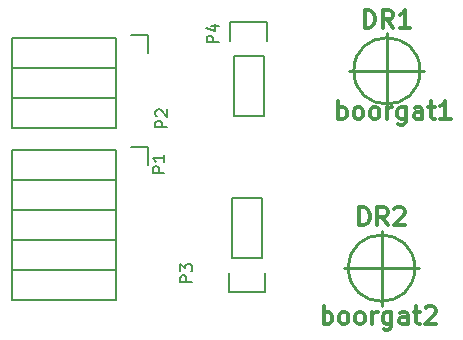
<source format=gbr>
G04 #@! TF.FileFunction,Legend,Top*
%FSLAX46Y46*%
G04 Gerber Fmt 4.6, Leading zero omitted, Abs format (unit mm)*
G04 Created by KiCad (PCBNEW 4.0.2-stable) date 27-6-2016 15:51:43*
%MOMM*%
G01*
G04 APERTURE LIST*
%ADD10C,0.100000*%
%ADD11C,0.150000*%
%ADD12C,0.254000*%
%ADD13C,0.304800*%
G04 APERTURE END LIST*
D10*
D11*
X29800000Y-37400000D02*
X29800000Y-38950000D01*
X29800000Y-38950000D02*
X32900000Y-38950000D01*
X32900000Y-38950000D02*
X32900000Y-37400000D01*
X30080000Y-36130000D02*
X30080000Y-31050000D01*
X30080000Y-31050000D02*
X32620000Y-31050000D01*
X32620000Y-31050000D02*
X32620000Y-36130000D01*
X32620000Y-36130000D02*
X30080000Y-36130000D01*
X33050000Y-17700000D02*
X33050000Y-16150000D01*
X33050000Y-16150000D02*
X29950000Y-16150000D01*
X29950000Y-16150000D02*
X29950000Y-17700000D01*
X32770000Y-18970000D02*
X32770000Y-24050000D01*
X32770000Y-24050000D02*
X30230000Y-24050000D01*
X30230000Y-24050000D02*
X30230000Y-18970000D01*
X30230000Y-18970000D02*
X32770000Y-18970000D01*
D12*
X43200000Y-17075000D02*
X43200000Y-23425000D01*
X40025000Y-20250000D02*
X46375000Y-20250000D01*
X46005522Y-20250000D02*
G75*
G03X46005522Y-20250000I-2805522J0D01*
G01*
X42750000Y-33775000D02*
X42750000Y-40125000D01*
X39575000Y-36950000D02*
X45925000Y-36950000D01*
X45555522Y-36950000D02*
G75*
G03X45555522Y-36950000I-2805522J0D01*
G01*
D11*
X20280000Y-37140000D02*
X20280000Y-39680000D01*
X11450000Y-37140000D02*
X11450000Y-39680000D01*
X11450000Y-39680000D02*
X20280000Y-39680000D01*
X11450000Y-37140000D02*
X20280000Y-37140000D01*
X11450000Y-34600000D02*
X11450000Y-37140000D01*
X20280000Y-34600000D02*
X20280000Y-37140000D01*
X20280000Y-32060000D02*
X20280000Y-34600000D01*
X11450000Y-32060000D02*
X11450000Y-34600000D01*
X11450000Y-34600000D02*
X20280000Y-34600000D01*
X11450000Y-32060000D02*
X20280000Y-32060000D01*
X11450000Y-29520000D02*
X11450000Y-32060000D01*
X20280000Y-29520000D02*
X11450000Y-29520000D01*
X20280000Y-29520000D02*
X20280000Y-32060000D01*
X20280000Y-26980000D02*
X20280000Y-29520000D01*
X22950000Y-28250000D02*
X22950000Y-26700000D01*
X22950000Y-26700000D02*
X21550000Y-26700000D01*
X20280000Y-26980000D02*
X11450000Y-26980000D01*
X11450000Y-26980000D02*
X11450000Y-29520000D01*
X11450000Y-29520000D02*
X20280000Y-29520000D01*
X20280000Y-22560000D02*
X20280000Y-25100000D01*
X11450000Y-22560000D02*
X11450000Y-25100000D01*
X11450000Y-25100000D02*
X20280000Y-25100000D01*
X11450000Y-22560000D02*
X20280000Y-22560000D01*
X11450000Y-20020000D02*
X11450000Y-22560000D01*
X20280000Y-20020000D02*
X11450000Y-20020000D01*
X20280000Y-20020000D02*
X20280000Y-22560000D01*
X20280000Y-17480000D02*
X20280000Y-20020000D01*
X22950000Y-18750000D02*
X22950000Y-17200000D01*
X22950000Y-17200000D02*
X21550000Y-17200000D01*
X20280000Y-17480000D02*
X11450000Y-17480000D01*
X11450000Y-17480000D02*
X11450000Y-20020000D01*
X11450000Y-20020000D02*
X20280000Y-20020000D01*
X26702381Y-38138095D02*
X25702381Y-38138095D01*
X25702381Y-37757142D01*
X25750000Y-37661904D01*
X25797619Y-37614285D01*
X25892857Y-37566666D01*
X26035714Y-37566666D01*
X26130952Y-37614285D01*
X26178571Y-37661904D01*
X26226190Y-37757142D01*
X26226190Y-38138095D01*
X25702381Y-37233333D02*
X25702381Y-36614285D01*
X26083333Y-36947619D01*
X26083333Y-36804761D01*
X26130952Y-36709523D01*
X26178571Y-36661904D01*
X26273810Y-36614285D01*
X26511905Y-36614285D01*
X26607143Y-36661904D01*
X26654762Y-36709523D01*
X26702381Y-36804761D01*
X26702381Y-37090476D01*
X26654762Y-37185714D01*
X26607143Y-37233333D01*
X28952381Y-17838095D02*
X27952381Y-17838095D01*
X27952381Y-17457142D01*
X28000000Y-17361904D01*
X28047619Y-17314285D01*
X28142857Y-17266666D01*
X28285714Y-17266666D01*
X28380952Y-17314285D01*
X28428571Y-17361904D01*
X28476190Y-17457142D01*
X28476190Y-17838095D01*
X28285714Y-16409523D02*
X28952381Y-16409523D01*
X27904762Y-16647619D02*
X28619048Y-16885714D01*
X28619048Y-16266666D01*
D13*
X41313143Y-16621429D02*
X41313143Y-15097429D01*
X41676000Y-15097429D01*
X41893715Y-15170000D01*
X42038857Y-15315143D01*
X42111429Y-15460286D01*
X42184000Y-15750571D01*
X42184000Y-15968286D01*
X42111429Y-16258571D01*
X42038857Y-16403714D01*
X41893715Y-16548857D01*
X41676000Y-16621429D01*
X41313143Y-16621429D01*
X43708000Y-16621429D02*
X43200000Y-15895714D01*
X42837143Y-16621429D02*
X42837143Y-15097429D01*
X43417715Y-15097429D01*
X43562857Y-15170000D01*
X43635429Y-15242571D01*
X43708000Y-15387714D01*
X43708000Y-15605429D01*
X43635429Y-15750571D01*
X43562857Y-15823143D01*
X43417715Y-15895714D01*
X42837143Y-15895714D01*
X45159429Y-16621429D02*
X44288572Y-16621429D01*
X44724000Y-16621429D02*
X44724000Y-15097429D01*
X44578857Y-15315143D01*
X44433715Y-15460286D01*
X44288572Y-15532857D01*
X39082857Y-24339429D02*
X39082857Y-22815429D01*
X39082857Y-23396000D02*
X39228000Y-23323429D01*
X39518286Y-23323429D01*
X39663429Y-23396000D01*
X39736000Y-23468571D01*
X39808571Y-23613714D01*
X39808571Y-24049143D01*
X39736000Y-24194286D01*
X39663429Y-24266857D01*
X39518286Y-24339429D01*
X39228000Y-24339429D01*
X39082857Y-24266857D01*
X40679428Y-24339429D02*
X40534286Y-24266857D01*
X40461714Y-24194286D01*
X40389143Y-24049143D01*
X40389143Y-23613714D01*
X40461714Y-23468571D01*
X40534286Y-23396000D01*
X40679428Y-23323429D01*
X40897143Y-23323429D01*
X41042286Y-23396000D01*
X41114857Y-23468571D01*
X41187428Y-23613714D01*
X41187428Y-24049143D01*
X41114857Y-24194286D01*
X41042286Y-24266857D01*
X40897143Y-24339429D01*
X40679428Y-24339429D01*
X42058285Y-24339429D02*
X41913143Y-24266857D01*
X41840571Y-24194286D01*
X41768000Y-24049143D01*
X41768000Y-23613714D01*
X41840571Y-23468571D01*
X41913143Y-23396000D01*
X42058285Y-23323429D01*
X42276000Y-23323429D01*
X42421143Y-23396000D01*
X42493714Y-23468571D01*
X42566285Y-23613714D01*
X42566285Y-24049143D01*
X42493714Y-24194286D01*
X42421143Y-24266857D01*
X42276000Y-24339429D01*
X42058285Y-24339429D01*
X43219428Y-24339429D02*
X43219428Y-23323429D01*
X43219428Y-23613714D02*
X43292000Y-23468571D01*
X43364571Y-23396000D01*
X43509714Y-23323429D01*
X43654857Y-23323429D01*
X44816000Y-23323429D02*
X44816000Y-24557143D01*
X44743429Y-24702286D01*
X44670857Y-24774857D01*
X44525714Y-24847429D01*
X44308000Y-24847429D01*
X44162857Y-24774857D01*
X44816000Y-24266857D02*
X44670857Y-24339429D01*
X44380571Y-24339429D01*
X44235429Y-24266857D01*
X44162857Y-24194286D01*
X44090286Y-24049143D01*
X44090286Y-23613714D01*
X44162857Y-23468571D01*
X44235429Y-23396000D01*
X44380571Y-23323429D01*
X44670857Y-23323429D01*
X44816000Y-23396000D01*
X46194857Y-24339429D02*
X46194857Y-23541143D01*
X46122286Y-23396000D01*
X45977143Y-23323429D01*
X45686857Y-23323429D01*
X45541714Y-23396000D01*
X46194857Y-24266857D02*
X46049714Y-24339429D01*
X45686857Y-24339429D01*
X45541714Y-24266857D01*
X45469143Y-24121714D01*
X45469143Y-23976571D01*
X45541714Y-23831429D01*
X45686857Y-23758857D01*
X46049714Y-23758857D01*
X46194857Y-23686286D01*
X46702857Y-23323429D02*
X47283428Y-23323429D01*
X46920571Y-22815429D02*
X46920571Y-24121714D01*
X46993143Y-24266857D01*
X47138285Y-24339429D01*
X47283428Y-24339429D01*
X48589714Y-24339429D02*
X47718857Y-24339429D01*
X48154285Y-24339429D02*
X48154285Y-22815429D01*
X48009142Y-23033143D01*
X47864000Y-23178286D01*
X47718857Y-23250857D01*
X40863143Y-33321429D02*
X40863143Y-31797429D01*
X41226000Y-31797429D01*
X41443715Y-31870000D01*
X41588857Y-32015143D01*
X41661429Y-32160286D01*
X41734000Y-32450571D01*
X41734000Y-32668286D01*
X41661429Y-32958571D01*
X41588857Y-33103714D01*
X41443715Y-33248857D01*
X41226000Y-33321429D01*
X40863143Y-33321429D01*
X43258000Y-33321429D02*
X42750000Y-32595714D01*
X42387143Y-33321429D02*
X42387143Y-31797429D01*
X42967715Y-31797429D01*
X43112857Y-31870000D01*
X43185429Y-31942571D01*
X43258000Y-32087714D01*
X43258000Y-32305429D01*
X43185429Y-32450571D01*
X43112857Y-32523143D01*
X42967715Y-32595714D01*
X42387143Y-32595714D01*
X43838572Y-31942571D02*
X43911143Y-31870000D01*
X44056286Y-31797429D01*
X44419143Y-31797429D01*
X44564286Y-31870000D01*
X44636857Y-31942571D01*
X44709429Y-32087714D01*
X44709429Y-32232857D01*
X44636857Y-32450571D01*
X43766000Y-33321429D01*
X44709429Y-33321429D01*
X37832857Y-41689429D02*
X37832857Y-40165429D01*
X37832857Y-40746000D02*
X37978000Y-40673429D01*
X38268286Y-40673429D01*
X38413429Y-40746000D01*
X38486000Y-40818571D01*
X38558571Y-40963714D01*
X38558571Y-41399143D01*
X38486000Y-41544286D01*
X38413429Y-41616857D01*
X38268286Y-41689429D01*
X37978000Y-41689429D01*
X37832857Y-41616857D01*
X39429428Y-41689429D02*
X39284286Y-41616857D01*
X39211714Y-41544286D01*
X39139143Y-41399143D01*
X39139143Y-40963714D01*
X39211714Y-40818571D01*
X39284286Y-40746000D01*
X39429428Y-40673429D01*
X39647143Y-40673429D01*
X39792286Y-40746000D01*
X39864857Y-40818571D01*
X39937428Y-40963714D01*
X39937428Y-41399143D01*
X39864857Y-41544286D01*
X39792286Y-41616857D01*
X39647143Y-41689429D01*
X39429428Y-41689429D01*
X40808285Y-41689429D02*
X40663143Y-41616857D01*
X40590571Y-41544286D01*
X40518000Y-41399143D01*
X40518000Y-40963714D01*
X40590571Y-40818571D01*
X40663143Y-40746000D01*
X40808285Y-40673429D01*
X41026000Y-40673429D01*
X41171143Y-40746000D01*
X41243714Y-40818571D01*
X41316285Y-40963714D01*
X41316285Y-41399143D01*
X41243714Y-41544286D01*
X41171143Y-41616857D01*
X41026000Y-41689429D01*
X40808285Y-41689429D01*
X41969428Y-41689429D02*
X41969428Y-40673429D01*
X41969428Y-40963714D02*
X42042000Y-40818571D01*
X42114571Y-40746000D01*
X42259714Y-40673429D01*
X42404857Y-40673429D01*
X43566000Y-40673429D02*
X43566000Y-41907143D01*
X43493429Y-42052286D01*
X43420857Y-42124857D01*
X43275714Y-42197429D01*
X43058000Y-42197429D01*
X42912857Y-42124857D01*
X43566000Y-41616857D02*
X43420857Y-41689429D01*
X43130571Y-41689429D01*
X42985429Y-41616857D01*
X42912857Y-41544286D01*
X42840286Y-41399143D01*
X42840286Y-40963714D01*
X42912857Y-40818571D01*
X42985429Y-40746000D01*
X43130571Y-40673429D01*
X43420857Y-40673429D01*
X43566000Y-40746000D01*
X44944857Y-41689429D02*
X44944857Y-40891143D01*
X44872286Y-40746000D01*
X44727143Y-40673429D01*
X44436857Y-40673429D01*
X44291714Y-40746000D01*
X44944857Y-41616857D02*
X44799714Y-41689429D01*
X44436857Y-41689429D01*
X44291714Y-41616857D01*
X44219143Y-41471714D01*
X44219143Y-41326571D01*
X44291714Y-41181429D01*
X44436857Y-41108857D01*
X44799714Y-41108857D01*
X44944857Y-41036286D01*
X45452857Y-40673429D02*
X46033428Y-40673429D01*
X45670571Y-40165429D02*
X45670571Y-41471714D01*
X45743143Y-41616857D01*
X45888285Y-41689429D01*
X46033428Y-41689429D01*
X46468857Y-40310571D02*
X46541428Y-40238000D01*
X46686571Y-40165429D01*
X47049428Y-40165429D01*
X47194571Y-40238000D01*
X47267142Y-40310571D01*
X47339714Y-40455714D01*
X47339714Y-40600857D01*
X47267142Y-40818571D01*
X46396285Y-41689429D01*
X47339714Y-41689429D01*
D11*
X24352381Y-28888095D02*
X23352381Y-28888095D01*
X23352381Y-28507142D01*
X23400000Y-28411904D01*
X23447619Y-28364285D01*
X23542857Y-28316666D01*
X23685714Y-28316666D01*
X23780952Y-28364285D01*
X23828571Y-28411904D01*
X23876190Y-28507142D01*
X23876190Y-28888095D01*
X24352381Y-27364285D02*
X24352381Y-27935714D01*
X24352381Y-27650000D02*
X23352381Y-27650000D01*
X23495238Y-27745238D01*
X23590476Y-27840476D01*
X23638095Y-27935714D01*
X24602381Y-25038095D02*
X23602381Y-25038095D01*
X23602381Y-24657142D01*
X23650000Y-24561904D01*
X23697619Y-24514285D01*
X23792857Y-24466666D01*
X23935714Y-24466666D01*
X24030952Y-24514285D01*
X24078571Y-24561904D01*
X24126190Y-24657142D01*
X24126190Y-25038095D01*
X23697619Y-24085714D02*
X23650000Y-24038095D01*
X23602381Y-23942857D01*
X23602381Y-23704761D01*
X23650000Y-23609523D01*
X23697619Y-23561904D01*
X23792857Y-23514285D01*
X23888095Y-23514285D01*
X24030952Y-23561904D01*
X24602381Y-24133333D01*
X24602381Y-23514285D01*
M02*

</source>
